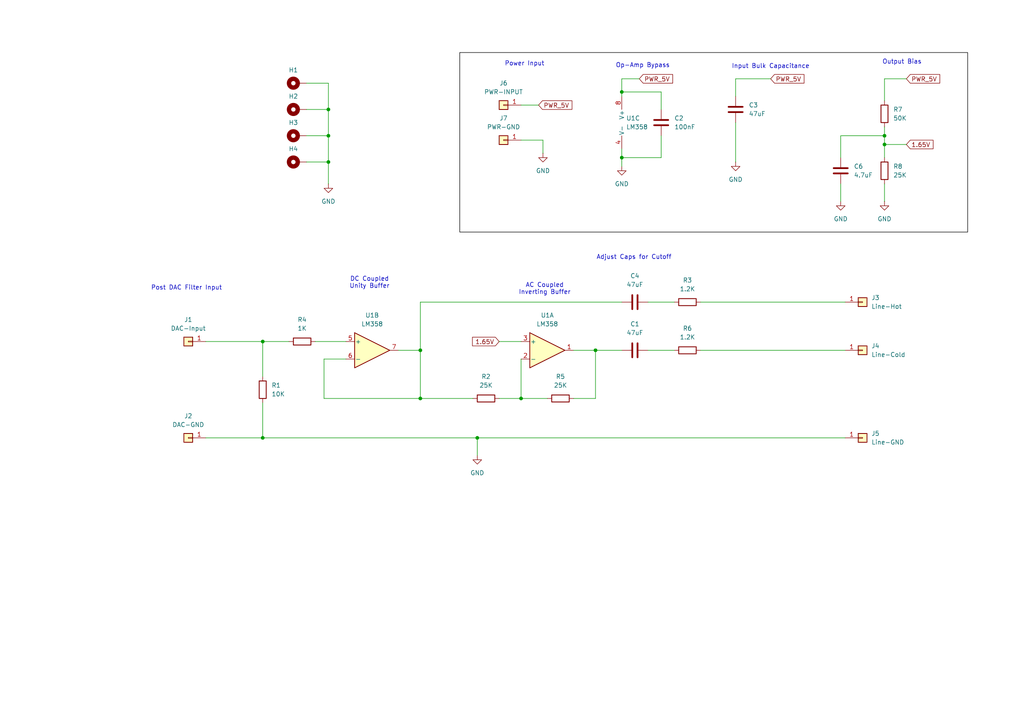
<source format=kicad_sch>
(kicad_sch
	(version 20231120)
	(generator "eeschema")
	(generator_version "8.0")
	(uuid "9bad8c6f-a01c-4daa-880b-ce90cbe4e7d5")
	(paper "A4")
	(lib_symbols
		(symbol "Amplifier_Operational:LM358"
			(pin_names
				(offset 0.127)
			)
			(exclude_from_sim no)
			(in_bom yes)
			(on_board yes)
			(property "Reference" "U"
				(at 0 5.08 0)
				(effects
					(font
						(size 1.27 1.27)
					)
					(justify left)
				)
			)
			(property "Value" "LM358"
				(at 0 -5.08 0)
				(effects
					(font
						(size 1.27 1.27)
					)
					(justify left)
				)
			)
			(property "Footprint" ""
				(at 0 0 0)
				(effects
					(font
						(size 1.27 1.27)
					)
					(hide yes)
				)
			)
			(property "Datasheet" "http://www.ti.com/lit/ds/symlink/lm2904-n.pdf"
				(at 0 0 0)
				(effects
					(font
						(size 1.27 1.27)
					)
					(hide yes)
				)
			)
			(property "Description" "Low-Power, Dual Operational Amplifiers, DIP-8/SOIC-8/TO-99-8"
				(at 0 0 0)
				(effects
					(font
						(size 1.27 1.27)
					)
					(hide yes)
				)
			)
			(property "ki_locked" ""
				(at 0 0 0)
				(effects
					(font
						(size 1.27 1.27)
					)
				)
			)
			(property "ki_keywords" "dual opamp"
				(at 0 0 0)
				(effects
					(font
						(size 1.27 1.27)
					)
					(hide yes)
				)
			)
			(property "ki_fp_filters" "SOIC*3.9x4.9mm*P1.27mm* DIP*W7.62mm* TO*99* OnSemi*Micro8* TSSOP*3x3mm*P0.65mm* TSSOP*4.4x3mm*P0.65mm* MSOP*3x3mm*P0.65mm* SSOP*3.9x4.9mm*P0.635mm* LFCSP*2x2mm*P0.5mm* *SIP* SOIC*5.3x6.2mm*P1.27mm*"
				(at 0 0 0)
				(effects
					(font
						(size 1.27 1.27)
					)
					(hide yes)
				)
			)
			(symbol "LM358_1_1"
				(polyline
					(pts
						(xy -5.08 5.08) (xy 5.08 0) (xy -5.08 -5.08) (xy -5.08 5.08)
					)
					(stroke
						(width 0.254)
						(type default)
					)
					(fill
						(type background)
					)
				)
				(pin output line
					(at 7.62 0 180)
					(length 2.54)
					(name "~"
						(effects
							(font
								(size 1.27 1.27)
							)
						)
					)
					(number "1"
						(effects
							(font
								(size 1.27 1.27)
							)
						)
					)
				)
				(pin input line
					(at -7.62 -2.54 0)
					(length 2.54)
					(name "-"
						(effects
							(font
								(size 1.27 1.27)
							)
						)
					)
					(number "2"
						(effects
							(font
								(size 1.27 1.27)
							)
						)
					)
				)
				(pin input line
					(at -7.62 2.54 0)
					(length 2.54)
					(name "+"
						(effects
							(font
								(size 1.27 1.27)
							)
						)
					)
					(number "3"
						(effects
							(font
								(size 1.27 1.27)
							)
						)
					)
				)
			)
			(symbol "LM358_2_1"
				(polyline
					(pts
						(xy -5.08 5.08) (xy 5.08 0) (xy -5.08 -5.08) (xy -5.08 5.08)
					)
					(stroke
						(width 0.254)
						(type default)
					)
					(fill
						(type background)
					)
				)
				(pin input line
					(at -7.62 2.54 0)
					(length 2.54)
					(name "+"
						(effects
							(font
								(size 1.27 1.27)
							)
						)
					)
					(number "5"
						(effects
							(font
								(size 1.27 1.27)
							)
						)
					)
				)
				(pin input line
					(at -7.62 -2.54 0)
					(length 2.54)
					(name "-"
						(effects
							(font
								(size 1.27 1.27)
							)
						)
					)
					(number "6"
						(effects
							(font
								(size 1.27 1.27)
							)
						)
					)
				)
				(pin output line
					(at 7.62 0 180)
					(length 2.54)
					(name "~"
						(effects
							(font
								(size 1.27 1.27)
							)
						)
					)
					(number "7"
						(effects
							(font
								(size 1.27 1.27)
							)
						)
					)
				)
			)
			(symbol "LM358_3_1"
				(pin power_in line
					(at -2.54 -7.62 90)
					(length 3.81)
					(name "V-"
						(effects
							(font
								(size 1.27 1.27)
							)
						)
					)
					(number "4"
						(effects
							(font
								(size 1.27 1.27)
							)
						)
					)
				)
				(pin power_in line
					(at -2.54 7.62 270)
					(length 3.81)
					(name "V+"
						(effects
							(font
								(size 1.27 1.27)
							)
						)
					)
					(number "8"
						(effects
							(font
								(size 1.27 1.27)
							)
						)
					)
				)
			)
		)
		(symbol "Connector_Generic:Conn_01x01"
			(pin_names
				(offset 1.016) hide)
			(exclude_from_sim no)
			(in_bom yes)
			(on_board yes)
			(property "Reference" "J"
				(at 0 2.54 0)
				(effects
					(font
						(size 1.27 1.27)
					)
				)
			)
			(property "Value" "Conn_01x01"
				(at 0 -2.54 0)
				(effects
					(font
						(size 1.27 1.27)
					)
				)
			)
			(property "Footprint" ""
				(at 0 0 0)
				(effects
					(font
						(size 1.27 1.27)
					)
					(hide yes)
				)
			)
			(property "Datasheet" "~"
				(at 0 0 0)
				(effects
					(font
						(size 1.27 1.27)
					)
					(hide yes)
				)
			)
			(property "Description" "Generic connector, single row, 01x01, script generated (kicad-library-utils/schlib/autogen/connector/)"
				(at 0 0 0)
				(effects
					(font
						(size 1.27 1.27)
					)
					(hide yes)
				)
			)
			(property "ki_keywords" "connector"
				(at 0 0 0)
				(effects
					(font
						(size 1.27 1.27)
					)
					(hide yes)
				)
			)
			(property "ki_fp_filters" "Connector*:*_1x??_*"
				(at 0 0 0)
				(effects
					(font
						(size 1.27 1.27)
					)
					(hide yes)
				)
			)
			(symbol "Conn_01x01_1_1"
				(rectangle
					(start -1.27 0.127)
					(end 0 -0.127)
					(stroke
						(width 0.1524)
						(type default)
					)
					(fill
						(type none)
					)
				)
				(rectangle
					(start -1.27 1.27)
					(end 1.27 -1.27)
					(stroke
						(width 0.254)
						(type default)
					)
					(fill
						(type background)
					)
				)
				(pin passive line
					(at -5.08 0 0)
					(length 3.81)
					(name "Pin_1"
						(effects
							(font
								(size 1.27 1.27)
							)
						)
					)
					(number "1"
						(effects
							(font
								(size 1.27 1.27)
							)
						)
					)
				)
			)
		)
		(symbol "Device:C"
			(pin_numbers hide)
			(pin_names
				(offset 0.254)
			)
			(exclude_from_sim no)
			(in_bom yes)
			(on_board yes)
			(property "Reference" "C"
				(at 0.635 2.54 0)
				(effects
					(font
						(size 1.27 1.27)
					)
					(justify left)
				)
			)
			(property "Value" "C"
				(at 0.635 -2.54 0)
				(effects
					(font
						(size 1.27 1.27)
					)
					(justify left)
				)
			)
			(property "Footprint" ""
				(at 0.9652 -3.81 0)
				(effects
					(font
						(size 1.27 1.27)
					)
					(hide yes)
				)
			)
			(property "Datasheet" "~"
				(at 0 0 0)
				(effects
					(font
						(size 1.27 1.27)
					)
					(hide yes)
				)
			)
			(property "Description" "Unpolarized capacitor"
				(at 0 0 0)
				(effects
					(font
						(size 1.27 1.27)
					)
					(hide yes)
				)
			)
			(property "ki_keywords" "cap capacitor"
				(at 0 0 0)
				(effects
					(font
						(size 1.27 1.27)
					)
					(hide yes)
				)
			)
			(property "ki_fp_filters" "C_*"
				(at 0 0 0)
				(effects
					(font
						(size 1.27 1.27)
					)
					(hide yes)
				)
			)
			(symbol "C_0_1"
				(polyline
					(pts
						(xy -2.032 -0.762) (xy 2.032 -0.762)
					)
					(stroke
						(width 0.508)
						(type default)
					)
					(fill
						(type none)
					)
				)
				(polyline
					(pts
						(xy -2.032 0.762) (xy 2.032 0.762)
					)
					(stroke
						(width 0.508)
						(type default)
					)
					(fill
						(type none)
					)
				)
			)
			(symbol "C_1_1"
				(pin passive line
					(at 0 3.81 270)
					(length 2.794)
					(name "~"
						(effects
							(font
								(size 1.27 1.27)
							)
						)
					)
					(number "1"
						(effects
							(font
								(size 1.27 1.27)
							)
						)
					)
				)
				(pin passive line
					(at 0 -3.81 90)
					(length 2.794)
					(name "~"
						(effects
							(font
								(size 1.27 1.27)
							)
						)
					)
					(number "2"
						(effects
							(font
								(size 1.27 1.27)
							)
						)
					)
				)
			)
		)
		(symbol "Device:R"
			(pin_numbers hide)
			(pin_names
				(offset 0)
			)
			(exclude_from_sim no)
			(in_bom yes)
			(on_board yes)
			(property "Reference" "R"
				(at 2.032 0 90)
				(effects
					(font
						(size 1.27 1.27)
					)
				)
			)
			(property "Value" "R"
				(at 0 0 90)
				(effects
					(font
						(size 1.27 1.27)
					)
				)
			)
			(property "Footprint" ""
				(at -1.778 0 90)
				(effects
					(font
						(size 1.27 1.27)
					)
					(hide yes)
				)
			)
			(property "Datasheet" "~"
				(at 0 0 0)
				(effects
					(font
						(size 1.27 1.27)
					)
					(hide yes)
				)
			)
			(property "Description" "Resistor"
				(at 0 0 0)
				(effects
					(font
						(size 1.27 1.27)
					)
					(hide yes)
				)
			)
			(property "ki_keywords" "R res resistor"
				(at 0 0 0)
				(effects
					(font
						(size 1.27 1.27)
					)
					(hide yes)
				)
			)
			(property "ki_fp_filters" "R_*"
				(at 0 0 0)
				(effects
					(font
						(size 1.27 1.27)
					)
					(hide yes)
				)
			)
			(symbol "R_0_1"
				(rectangle
					(start -1.016 -2.54)
					(end 1.016 2.54)
					(stroke
						(width 0.254)
						(type default)
					)
					(fill
						(type none)
					)
				)
			)
			(symbol "R_1_1"
				(pin passive line
					(at 0 3.81 270)
					(length 1.27)
					(name "~"
						(effects
							(font
								(size 1.27 1.27)
							)
						)
					)
					(number "1"
						(effects
							(font
								(size 1.27 1.27)
							)
						)
					)
				)
				(pin passive line
					(at 0 -3.81 90)
					(length 1.27)
					(name "~"
						(effects
							(font
								(size 1.27 1.27)
							)
						)
					)
					(number "2"
						(effects
							(font
								(size 1.27 1.27)
							)
						)
					)
				)
			)
		)
		(symbol "Mechanical:MountingHole_Pad"
			(pin_numbers hide)
			(pin_names
				(offset 1.016) hide)
			(exclude_from_sim yes)
			(in_bom no)
			(on_board yes)
			(property "Reference" "H"
				(at 0 6.35 0)
				(effects
					(font
						(size 1.27 1.27)
					)
				)
			)
			(property "Value" "MountingHole_Pad"
				(at 0 4.445 0)
				(effects
					(font
						(size 1.27 1.27)
					)
				)
			)
			(property "Footprint" ""
				(at 0 0 0)
				(effects
					(font
						(size 1.27 1.27)
					)
					(hide yes)
				)
			)
			(property "Datasheet" "~"
				(at 0 0 0)
				(effects
					(font
						(size 1.27 1.27)
					)
					(hide yes)
				)
			)
			(property "Description" "Mounting Hole with connection"
				(at 0 0 0)
				(effects
					(font
						(size 1.27 1.27)
					)
					(hide yes)
				)
			)
			(property "ki_keywords" "mounting hole"
				(at 0 0 0)
				(effects
					(font
						(size 1.27 1.27)
					)
					(hide yes)
				)
			)
			(property "ki_fp_filters" "MountingHole*Pad*"
				(at 0 0 0)
				(effects
					(font
						(size 1.27 1.27)
					)
					(hide yes)
				)
			)
			(symbol "MountingHole_Pad_0_1"
				(circle
					(center 0 1.27)
					(radius 1.27)
					(stroke
						(width 1.27)
						(type default)
					)
					(fill
						(type none)
					)
				)
			)
			(symbol "MountingHole_Pad_1_1"
				(pin input line
					(at 0 -2.54 90)
					(length 2.54)
					(name "1"
						(effects
							(font
								(size 1.27 1.27)
							)
						)
					)
					(number "1"
						(effects
							(font
								(size 1.27 1.27)
							)
						)
					)
				)
			)
		)
		(symbol "power:GND"
			(power)
			(pin_numbers hide)
			(pin_names
				(offset 0) hide)
			(exclude_from_sim no)
			(in_bom yes)
			(on_board yes)
			(property "Reference" "#PWR"
				(at 0 -6.35 0)
				(effects
					(font
						(size 1.27 1.27)
					)
					(hide yes)
				)
			)
			(property "Value" "GND"
				(at 0 -3.81 0)
				(effects
					(font
						(size 1.27 1.27)
					)
				)
			)
			(property "Footprint" ""
				(at 0 0 0)
				(effects
					(font
						(size 1.27 1.27)
					)
					(hide yes)
				)
			)
			(property "Datasheet" ""
				(at 0 0 0)
				(effects
					(font
						(size 1.27 1.27)
					)
					(hide yes)
				)
			)
			(property "Description" "Power symbol creates a global label with name \"GND\" , ground"
				(at 0 0 0)
				(effects
					(font
						(size 1.27 1.27)
					)
					(hide yes)
				)
			)
			(property "ki_keywords" "global power"
				(at 0 0 0)
				(effects
					(font
						(size 1.27 1.27)
					)
					(hide yes)
				)
			)
			(symbol "GND_0_1"
				(polyline
					(pts
						(xy 0 0) (xy 0 -1.27) (xy 1.27 -1.27) (xy 0 -2.54) (xy -1.27 -1.27) (xy 0 -1.27)
					)
					(stroke
						(width 0)
						(type default)
					)
					(fill
						(type none)
					)
				)
			)
			(symbol "GND_1_1"
				(pin power_in line
					(at 0 0 270)
					(length 0)
					(name "~"
						(effects
							(font
								(size 1.27 1.27)
							)
						)
					)
					(number "1"
						(effects
							(font
								(size 1.27 1.27)
							)
						)
					)
				)
			)
		)
	)
	(junction
		(at 172.72 101.6)
		(diameter 0)
		(color 0 0 0 0)
		(uuid "30d91b60-7f3f-401c-8435-a0386b781b15")
	)
	(junction
		(at 151.13 115.57)
		(diameter 0)
		(color 0 0 0 0)
		(uuid "44cc78a3-bc9e-4568-b0f9-1fb68488df1d")
	)
	(junction
		(at 121.92 101.6)
		(diameter 0)
		(color 0 0 0 0)
		(uuid "464a01a1-8e3c-40c1-a2a0-5c10e2e0702b")
	)
	(junction
		(at 180.34 45.72)
		(diameter 0)
		(color 0 0 0 0)
		(uuid "48d1b689-4d07-488e-a181-146a15f384e0")
	)
	(junction
		(at 95.25 39.37)
		(diameter 0)
		(color 0 0 0 0)
		(uuid "54da853f-e504-44e0-8b1c-d0663f32150b")
	)
	(junction
		(at 256.54 41.91)
		(diameter 0)
		(color 0 0 0 0)
		(uuid "5a59b42d-59ad-4142-9163-7612fce0629a")
	)
	(junction
		(at 180.34 26.67)
		(diameter 0)
		(color 0 0 0 0)
		(uuid "6263e964-72c3-4e4d-97f6-e0d55c751d02")
	)
	(junction
		(at 256.54 39.37)
		(diameter 0)
		(color 0 0 0 0)
		(uuid "8561737d-abe9-4041-a1d3-82f101fc2e28")
	)
	(junction
		(at 121.92 115.57)
		(diameter 0)
		(color 0 0 0 0)
		(uuid "9570c40d-0088-4d97-89c1-58416eccab33")
	)
	(junction
		(at 95.25 31.75)
		(diameter 0)
		(color 0 0 0 0)
		(uuid "b1ad6888-63cf-4b97-acac-f78225e73517")
	)
	(junction
		(at 76.2 99.06)
		(diameter 0)
		(color 0 0 0 0)
		(uuid "bb96c61b-c383-468a-9ab5-f205bcc4f873")
	)
	(junction
		(at 95.25 46.99)
		(diameter 0)
		(color 0 0 0 0)
		(uuid "d11e0b5c-f6d1-4011-9bae-ba500386a897")
	)
	(junction
		(at 76.2 127)
		(diameter 0)
		(color 0 0 0 0)
		(uuid "ec04f8ac-2e54-4aa2-845c-72f280a0e0e3")
	)
	(junction
		(at 138.43 127)
		(diameter 0)
		(color 0 0 0 0)
		(uuid "ef8e091d-1762-40d4-bd4a-c05fadee8e80")
	)
	(wire
		(pts
			(xy 262.89 22.86) (xy 256.54 22.86)
		)
		(stroke
			(width 0)
			(type default)
		)
		(uuid "00b12b09-12f6-412a-88af-7acfef8bcfcc")
	)
	(wire
		(pts
			(xy 191.77 45.72) (xy 180.34 45.72)
		)
		(stroke
			(width 0)
			(type default)
		)
		(uuid "02693e90-fec7-4e15-ab20-f8105768052d")
	)
	(wire
		(pts
			(xy 144.78 99.06) (xy 151.13 99.06)
		)
		(stroke
			(width 0)
			(type default)
		)
		(uuid "0480af9d-1c42-4791-994e-8f5e1f76536b")
	)
	(wire
		(pts
			(xy 151.13 40.64) (xy 157.48 40.64)
		)
		(stroke
			(width 0)
			(type default)
		)
		(uuid "14814650-306a-4241-be96-5468e0f8c795")
	)
	(wire
		(pts
			(xy 88.9 24.13) (xy 95.25 24.13)
		)
		(stroke
			(width 0)
			(type default)
		)
		(uuid "199482d7-8b54-40b5-a7fa-16883d44c3b3")
	)
	(wire
		(pts
			(xy 191.77 26.67) (xy 191.77 31.75)
		)
		(stroke
			(width 0)
			(type default)
		)
		(uuid "21dc46a1-081e-4903-9555-4734e8a29fb9")
	)
	(wire
		(pts
			(xy 256.54 41.91) (xy 262.89 41.91)
		)
		(stroke
			(width 0)
			(type default)
		)
		(uuid "32a4e110-08cb-44b4-a403-af476bb856a6")
	)
	(wire
		(pts
			(xy 151.13 30.48) (xy 156.21 30.48)
		)
		(stroke
			(width 0)
			(type default)
		)
		(uuid "37b2a611-c310-491c-ac03-2e9f1f273605")
	)
	(wire
		(pts
			(xy 243.84 53.34) (xy 243.84 58.42)
		)
		(stroke
			(width 0)
			(type default)
		)
		(uuid "3aef6f1b-10e1-400f-9281-4ef091a8cac9")
	)
	(wire
		(pts
			(xy 76.2 99.06) (xy 83.82 99.06)
		)
		(stroke
			(width 0)
			(type default)
		)
		(uuid "3cd46820-2082-446b-9a56-10c8a3fb8df0")
	)
	(wire
		(pts
			(xy 180.34 26.67) (xy 191.77 26.67)
		)
		(stroke
			(width 0)
			(type default)
		)
		(uuid "3f74b9e6-12be-4975-badb-55a399d6b4e8")
	)
	(wire
		(pts
			(xy 93.98 104.14) (xy 93.98 115.57)
		)
		(stroke
			(width 0)
			(type default)
		)
		(uuid "455abc54-a5e0-4543-b5ce-cea4702cb4b4")
	)
	(wire
		(pts
			(xy 95.25 39.37) (xy 95.25 46.99)
		)
		(stroke
			(width 0)
			(type default)
		)
		(uuid "46a7837f-8406-46bb-b107-1f2ee54e6740")
	)
	(wire
		(pts
			(xy 213.36 35.56) (xy 213.36 46.99)
		)
		(stroke
			(width 0)
			(type default)
		)
		(uuid "49d05436-3227-4069-bc3e-7c5d98cdb476")
	)
	(wire
		(pts
			(xy 172.72 101.6) (xy 172.72 115.57)
		)
		(stroke
			(width 0)
			(type default)
		)
		(uuid "4a76f729-8daa-4f54-bf32-e2a82bc6ca6e")
	)
	(wire
		(pts
			(xy 93.98 115.57) (xy 121.92 115.57)
		)
		(stroke
			(width 0)
			(type default)
		)
		(uuid "4c5d4108-ec8b-483a-9c71-ece8212d06b7")
	)
	(wire
		(pts
			(xy 243.84 39.37) (xy 256.54 39.37)
		)
		(stroke
			(width 0)
			(type default)
		)
		(uuid "539f0c0b-8bff-48cc-b8cb-eb571615618c")
	)
	(wire
		(pts
			(xy 88.9 31.75) (xy 95.25 31.75)
		)
		(stroke
			(width 0)
			(type default)
		)
		(uuid "56fd9d3b-4353-46a8-9057-8e71484a21b0")
	)
	(wire
		(pts
			(xy 76.2 99.06) (xy 76.2 109.22)
		)
		(stroke
			(width 0)
			(type default)
		)
		(uuid "59988102-1e89-4702-8e68-04ac924f862b")
	)
	(wire
		(pts
			(xy 91.44 99.06) (xy 100.33 99.06)
		)
		(stroke
			(width 0)
			(type default)
		)
		(uuid "65495e8b-8b8f-4e73-8ce4-ebd8f5fbda02")
	)
	(wire
		(pts
			(xy 243.84 45.72) (xy 243.84 39.37)
		)
		(stroke
			(width 0)
			(type default)
		)
		(uuid "66c2edbf-6639-42cd-bdd4-4ba0f28eda22")
	)
	(wire
		(pts
			(xy 138.43 127) (xy 138.43 132.08)
		)
		(stroke
			(width 0)
			(type default)
		)
		(uuid "67041626-bd93-48d1-bad1-6fc8e577bf04")
	)
	(wire
		(pts
			(xy 256.54 41.91) (xy 256.54 45.72)
		)
		(stroke
			(width 0)
			(type default)
		)
		(uuid "676aaf61-a587-49a4-9cbe-7416e5d16da9")
	)
	(wire
		(pts
			(xy 172.72 115.57) (xy 166.37 115.57)
		)
		(stroke
			(width 0)
			(type default)
		)
		(uuid "68a77239-122e-4083-9a53-26e573e3c0f0")
	)
	(wire
		(pts
			(xy 213.36 22.86) (xy 213.36 27.94)
		)
		(stroke
			(width 0)
			(type default)
		)
		(uuid "6bbea2fc-42d1-439c-bff0-fcac69faf20b")
	)
	(wire
		(pts
			(xy 185.42 22.86) (xy 180.34 22.86)
		)
		(stroke
			(width 0)
			(type default)
		)
		(uuid "6df8d5d7-3ce6-4602-afff-ac7874f00894")
	)
	(wire
		(pts
			(xy 172.72 101.6) (xy 180.34 101.6)
		)
		(stroke
			(width 0)
			(type default)
		)
		(uuid "6fdbae77-79af-4b8e-b4cd-849f86595e0f")
	)
	(wire
		(pts
			(xy 203.2 101.6) (xy 245.11 101.6)
		)
		(stroke
			(width 0)
			(type default)
		)
		(uuid "700c65a7-0c8e-45d9-92ce-a28d54b723c1")
	)
	(wire
		(pts
			(xy 121.92 87.63) (xy 180.34 87.63)
		)
		(stroke
			(width 0)
			(type default)
		)
		(uuid "72c9d5ae-d182-460b-a207-5696b4e8070c")
	)
	(wire
		(pts
			(xy 88.9 39.37) (xy 95.25 39.37)
		)
		(stroke
			(width 0)
			(type default)
		)
		(uuid "731eaf13-7607-405e-a2f2-b6b35ab524d6")
	)
	(wire
		(pts
			(xy 151.13 104.14) (xy 151.13 115.57)
		)
		(stroke
			(width 0)
			(type default)
		)
		(uuid "7324491e-fb90-4efb-b423-8afb04d7965b")
	)
	(wire
		(pts
			(xy 157.48 40.64) (xy 157.48 44.45)
		)
		(stroke
			(width 0)
			(type default)
		)
		(uuid "754fd89a-9d97-4bc9-a92d-d210fb3ca98b")
	)
	(wire
		(pts
			(xy 121.92 101.6) (xy 115.57 101.6)
		)
		(stroke
			(width 0)
			(type default)
		)
		(uuid "8d9e7db7-e9eb-4b08-bda0-046b4301fb59")
	)
	(wire
		(pts
			(xy 191.77 39.37) (xy 191.77 45.72)
		)
		(stroke
			(width 0)
			(type default)
		)
		(uuid "9364be79-7998-49a1-a4e1-276dc0429d70")
	)
	(wire
		(pts
			(xy 95.25 24.13) (xy 95.25 31.75)
		)
		(stroke
			(width 0)
			(type default)
		)
		(uuid "95c780ca-308c-47ba-8103-81401195e873")
	)
	(wire
		(pts
			(xy 180.34 45.72) (xy 180.34 48.26)
		)
		(stroke
			(width 0)
			(type default)
		)
		(uuid "a06a6cd8-b3e3-45c7-9767-3abeb5619404")
	)
	(wire
		(pts
			(xy 76.2 127) (xy 76.2 116.84)
		)
		(stroke
			(width 0)
			(type default)
		)
		(uuid "a1303934-9d61-4065-81eb-21e8c2350c4f")
	)
	(wire
		(pts
			(xy 59.69 127) (xy 76.2 127)
		)
		(stroke
			(width 0)
			(type default)
		)
		(uuid "a535f797-c142-4331-ba6f-76551ab80f7b")
	)
	(wire
		(pts
			(xy 166.37 101.6) (xy 172.72 101.6)
		)
		(stroke
			(width 0)
			(type default)
		)
		(uuid "a5b4ee47-1637-4929-accf-7e38161c5acc")
	)
	(wire
		(pts
			(xy 138.43 127) (xy 245.11 127)
		)
		(stroke
			(width 0)
			(type default)
		)
		(uuid "ab65d2dd-89c4-4156-bdad-c33c9f7b2daf")
	)
	(wire
		(pts
			(xy 180.34 22.86) (xy 180.34 26.67)
		)
		(stroke
			(width 0)
			(type default)
		)
		(uuid "ac4f80ca-4dd1-4f61-a190-b0948d6a4a2a")
	)
	(wire
		(pts
			(xy 180.34 27.94) (xy 180.34 26.67)
		)
		(stroke
			(width 0)
			(type default)
		)
		(uuid "ad51223f-cdbd-4c5d-b8ef-65a05abc45b5")
	)
	(wire
		(pts
			(xy 121.92 115.57) (xy 137.16 115.57)
		)
		(stroke
			(width 0)
			(type default)
		)
		(uuid "b0196d87-5465-4ac2-8ea8-1f4b13012b7c")
	)
	(wire
		(pts
			(xy 256.54 36.83) (xy 256.54 39.37)
		)
		(stroke
			(width 0)
			(type default)
		)
		(uuid "b4441a3f-f722-4466-8fb1-a87ac58c9b65")
	)
	(wire
		(pts
			(xy 187.96 87.63) (xy 195.58 87.63)
		)
		(stroke
			(width 0)
			(type default)
		)
		(uuid "b7bcae46-a6f2-40ad-8319-9648be1bdba0")
	)
	(wire
		(pts
			(xy 187.96 101.6) (xy 195.58 101.6)
		)
		(stroke
			(width 0)
			(type default)
		)
		(uuid "bbcc09c8-e2b3-4b3a-8aec-25cf544f876d")
	)
	(wire
		(pts
			(xy 100.33 104.14) (xy 93.98 104.14)
		)
		(stroke
			(width 0)
			(type default)
		)
		(uuid "bbff141a-2bb4-47f0-83e8-6c25b7e91467")
	)
	(wire
		(pts
			(xy 180.34 43.18) (xy 180.34 45.72)
		)
		(stroke
			(width 0)
			(type default)
		)
		(uuid "bf434c0f-dd16-446c-9f59-3444dfe34462")
	)
	(wire
		(pts
			(xy 59.69 99.06) (xy 76.2 99.06)
		)
		(stroke
			(width 0)
			(type default)
		)
		(uuid "c19c4d5d-c280-4cb2-8709-d54971cdd796")
	)
	(wire
		(pts
			(xy 256.54 53.34) (xy 256.54 58.42)
		)
		(stroke
			(width 0)
			(type default)
		)
		(uuid "c74754c0-e7e3-4a90-83fc-d9d0be5cec38")
	)
	(wire
		(pts
			(xy 76.2 127) (xy 138.43 127)
		)
		(stroke
			(width 0)
			(type default)
		)
		(uuid "da50a8f6-e230-40fb-b875-9149bdd42f54")
	)
	(wire
		(pts
			(xy 256.54 39.37) (xy 256.54 41.91)
		)
		(stroke
			(width 0)
			(type default)
		)
		(uuid "da551236-e44f-458e-9af1-fa042a58b814")
	)
	(wire
		(pts
			(xy 256.54 22.86) (xy 256.54 29.21)
		)
		(stroke
			(width 0)
			(type default)
		)
		(uuid "db0f349a-936a-47f3-92c2-540538ec93b0")
	)
	(wire
		(pts
			(xy 95.25 46.99) (xy 95.25 53.34)
		)
		(stroke
			(width 0)
			(type default)
		)
		(uuid "dc7e82a3-99cc-4c8a-ba04-357295f97e00")
	)
	(wire
		(pts
			(xy 95.25 46.99) (xy 88.9 46.99)
		)
		(stroke
			(width 0)
			(type default)
		)
		(uuid "e5bebc12-2061-4e6c-a70b-6164c136822f")
	)
	(wire
		(pts
			(xy 95.25 31.75) (xy 95.25 39.37)
		)
		(stroke
			(width 0)
			(type default)
		)
		(uuid "ea3d21a2-086f-49bd-917b-8170e2cbbb3b")
	)
	(wire
		(pts
			(xy 213.36 22.86) (xy 223.52 22.86)
		)
		(stroke
			(width 0)
			(type default)
		)
		(uuid "eca546f6-4a5e-4e10-92d8-2c1bf6ddbee7")
	)
	(wire
		(pts
			(xy 121.92 115.57) (xy 121.92 101.6)
		)
		(stroke
			(width 0)
			(type default)
		)
		(uuid "ef351941-15c2-4e4d-b292-1a53639354df")
	)
	(wire
		(pts
			(xy 151.13 115.57) (xy 158.75 115.57)
		)
		(stroke
			(width 0)
			(type default)
		)
		(uuid "f610e18c-eaeb-4620-b7d7-b8c8ceffac21")
	)
	(wire
		(pts
			(xy 121.92 87.63) (xy 121.92 101.6)
		)
		(stroke
			(width 0)
			(type default)
		)
		(uuid "f78215fe-492c-41c7-86cd-ad73b93508cc")
	)
	(wire
		(pts
			(xy 203.2 87.63) (xy 245.11 87.63)
		)
		(stroke
			(width 0)
			(type default)
		)
		(uuid "f7fb4925-1fcd-4992-bd0b-e803b29de490")
	)
	(wire
		(pts
			(xy 151.13 115.57) (xy 144.78 115.57)
		)
		(stroke
			(width 0)
			(type default)
		)
		(uuid "fb81d4e6-ff92-4d85-b881-a563ec01e0cf")
	)
	(rectangle
		(start 133.35 15.24)
		(end 280.67 67.31)
		(stroke
			(width 0)
			(type default)
			(color 0 0 0 1)
		)
		(fill
			(type none)
		)
		(uuid 023931c5-6e56-41aa-9e3f-f4caee5960ce)
	)
	(text "Input Bulk Capacitance\n"
		(exclude_from_sim no)
		(at 223.52 19.304 0)
		(effects
			(font
				(size 1.27 1.27)
			)
		)
		(uuid "010e7c9f-0a0d-4f1a-a139-204f32a85ece")
	)
	(text "Post DAC Filter Input"
		(exclude_from_sim no)
		(at 54.102 83.566 0)
		(effects
			(font
				(size 1.27 1.27)
			)
		)
		(uuid "2df28772-6008-4b04-af12-bab6150db845")
	)
	(text "Adjust Caps for Cutoff"
		(exclude_from_sim no)
		(at 183.896 74.676 0)
		(effects
			(font
				(size 1.27 1.27)
			)
		)
		(uuid "2fadf681-74bb-4224-bcb1-a8a9526c1e72")
	)
	(text "DC Coupled\nUnity Buffer"
		(exclude_from_sim no)
		(at 107.188 82.042 0)
		(effects
			(font
				(size 1.27 1.27)
			)
		)
		(uuid "37356089-a873-4779-9872-7d423b7f1153")
	)
	(text "Power Input"
		(exclude_from_sim no)
		(at 152.146 18.542 0)
		(effects
			(font
				(size 1.27 1.27)
			)
		)
		(uuid "63ffdbb5-bf53-4296-90fa-a4fd19a9fbb6")
	)
	(text "Op-Amp Bypass"
		(exclude_from_sim no)
		(at 186.436 19.05 0)
		(effects
			(font
				(size 1.27 1.27)
			)
		)
		(uuid "6880ea97-2c24-4aef-b558-820c3f1df75a")
	)
	(text "Output Bias\n"
		(exclude_from_sim no)
		(at 261.62 18.034 0)
		(effects
			(font
				(size 1.27 1.27)
			)
		)
		(uuid "ba8d132e-8fb6-497f-996b-6b8392035c8c")
	)
	(text "AC Coupled\nInverting Buffer\n"
		(exclude_from_sim no)
		(at 157.988 83.82 0)
		(effects
			(font
				(size 1.27 1.27)
			)
		)
		(uuid "eda96707-344a-4e41-a08e-efe9f87be35b")
	)
	(global_label "PWR_5V"
		(shape input)
		(at 262.89 22.86 0)
		(fields_autoplaced yes)
		(effects
			(font
				(size 1.27 1.27)
			)
			(justify left)
		)
		(uuid "0148c703-5a03-40a9-8358-7b25e032407f")
		(property "Intersheetrefs" "${INTERSHEET_REFS}"
			(at 273.1323 22.86 0)
			(effects
				(font
					(size 1.27 1.27)
				)
				(justify left)
				(hide yes)
			)
		)
	)
	(global_label "PWR_5V"
		(shape input)
		(at 185.42 22.86 0)
		(fields_autoplaced yes)
		(effects
			(font
				(size 1.27 1.27)
			)
			(justify left)
		)
		(uuid "17a9a829-4e19-4e2c-88a2-993a5c30d67c")
		(property "Intersheetrefs" "${INTERSHEET_REFS}"
			(at 195.6623 22.86 0)
			(effects
				(font
					(size 1.27 1.27)
				)
				(justify left)
				(hide yes)
			)
		)
	)
	(global_label "PWR_5V"
		(shape input)
		(at 156.21 30.48 0)
		(fields_autoplaced yes)
		(effects
			(font
				(size 1.27 1.27)
			)
			(justify left)
		)
		(uuid "1f4501e6-24ac-4008-b078-901a570ef206")
		(property "Intersheetrefs" "${INTERSHEET_REFS}"
			(at 166.4523 30.48 0)
			(effects
				(font
					(size 1.27 1.27)
				)
				(justify left)
				(hide yes)
			)
		)
	)
	(global_label "PWR_5V"
		(shape input)
		(at 223.52 22.86 0)
		(fields_autoplaced yes)
		(effects
			(font
				(size 1.27 1.27)
			)
			(justify left)
		)
		(uuid "86905a2c-9a50-49bb-bcd5-f2c743b1c74e")
		(property "Intersheetrefs" "${INTERSHEET_REFS}"
			(at 233.7623 22.86 0)
			(effects
				(font
					(size 1.27 1.27)
				)
				(justify left)
				(hide yes)
			)
		)
	)
	(global_label "1.65V"
		(shape input)
		(at 144.78 99.06 180)
		(fields_autoplaced yes)
		(effects
			(font
				(size 1.27 1.27)
			)
			(justify right)
		)
		(uuid "de37e14f-8355-46c3-ae3c-cdc61a4149cd")
		(property "Intersheetrefs" "${INTERSHEET_REFS}"
			(at 136.4729 99.06 0)
			(effects
				(font
					(size 1.27 1.27)
				)
				(justify right)
				(hide yes)
			)
		)
	)
	(global_label "1.65V"
		(shape input)
		(at 262.89 41.91 0)
		(fields_autoplaced yes)
		(effects
			(font
				(size 1.27 1.27)
			)
			(justify left)
		)
		(uuid "e88b37cc-95d5-413f-8a05-e7c0be96e327")
		(property "Intersheetrefs" "${INTERSHEET_REFS}"
			(at 271.1971 41.91 0)
			(effects
				(font
					(size 1.27 1.27)
				)
				(justify left)
				(hide yes)
			)
		)
	)
	(symbol
		(lib_id "power:GND")
		(at 243.84 58.42 0)
		(unit 1)
		(exclude_from_sim no)
		(in_bom yes)
		(on_board yes)
		(dnp no)
		(fields_autoplaced yes)
		(uuid "00c72e42-eb47-4738-bf9d-24f2da4b9543")
		(property "Reference" "#PWR04"
			(at 243.84 64.77 0)
			(effects
				(font
					(size 1.27 1.27)
				)
				(hide yes)
			)
		)
		(property "Value" "GND"
			(at 243.84 63.5 0)
			(effects
				(font
					(size 1.27 1.27)
				)
			)
		)
		(property "Footprint" ""
			(at 243.84 58.42 0)
			(effects
				(font
					(size 1.27 1.27)
				)
				(hide yes)
			)
		)
		(property "Datasheet" ""
			(at 243.84 58.42 0)
			(effects
				(font
					(size 1.27 1.27)
				)
				(hide yes)
			)
		)
		(property "Description" "Power symbol creates a global label with name \"GND\" , ground"
			(at 243.84 58.42 0)
			(effects
				(font
					(size 1.27 1.27)
				)
				(hide yes)
			)
		)
		(pin "1"
			(uuid "f4984052-b210-4446-822f-308967fec29a")
		)
		(instances
			(project "Audio-Line Driver"
				(path "/9bad8c6f-a01c-4daa-880b-ce90cbe4e7d5"
					(reference "#PWR04")
					(unit 1)
				)
			)
		)
	)
	(symbol
		(lib_id "Connector_Generic:Conn_01x01")
		(at 146.05 40.64 180)
		(unit 1)
		(exclude_from_sim no)
		(in_bom yes)
		(on_board yes)
		(dnp no)
		(fields_autoplaced yes)
		(uuid "0bcbb509-a348-4920-ae52-17629bec5f34")
		(property "Reference" "J7"
			(at 146.05 34.29 0)
			(effects
				(font
					(size 1.27 1.27)
				)
			)
		)
		(property "Value" "PWR-GND"
			(at 146.05 36.83 0)
			(effects
				(font
					(size 1.27 1.27)
				)
			)
		)
		(property "Footprint" "Connector_Wire:SolderWire-2sqmm_1x01_D2mm_OD3.9mm"
			(at 146.05 40.64 0)
			(effects
				(font
					(size 1.27 1.27)
				)
				(hide yes)
			)
		)
		(property "Datasheet" "~"
			(at 146.05 40.64 0)
			(effects
				(font
					(size 1.27 1.27)
				)
				(hide yes)
			)
		)
		(property "Description" "Generic connector, single row, 01x01, script generated (kicad-library-utils/schlib/autogen/connector/)"
			(at 146.05 40.64 0)
			(effects
				(font
					(size 1.27 1.27)
				)
				(hide yes)
			)
		)
		(pin "1"
			(uuid "9fc6c767-edb9-4038-bfe4-bdb0aa7da0e8")
		)
		(instances
			(project "Audio-Line Driver"
				(path "/9bad8c6f-a01c-4daa-880b-ce90cbe4e7d5"
					(reference "J7")
					(unit 1)
				)
			)
		)
	)
	(symbol
		(lib_id "Connector_Generic:Conn_01x01")
		(at 54.61 99.06 180)
		(unit 1)
		(exclude_from_sim no)
		(in_bom yes)
		(on_board yes)
		(dnp no)
		(fields_autoplaced yes)
		(uuid "19a0844e-a663-4881-9091-2d4842e0744b")
		(property "Reference" "J1"
			(at 54.61 92.71 0)
			(effects
				(font
					(size 1.27 1.27)
				)
			)
		)
		(property "Value" "DAC-Input"
			(at 54.61 95.25 0)
			(effects
				(font
					(size 1.27 1.27)
				)
			)
		)
		(property "Footprint" "Connector_Wire:SolderWire-2sqmm_1x01_D2mm_OD3.9mm"
			(at 54.61 99.06 0)
			(effects
				(font
					(size 1.27 1.27)
				)
				(hide yes)
			)
		)
		(property "Datasheet" "~"
			(at 54.61 99.06 0)
			(effects
				(font
					(size 1.27 1.27)
				)
				(hide yes)
			)
		)
		(property "Description" "Generic connector, single row, 01x01, script generated (kicad-library-utils/schlib/autogen/connector/)"
			(at 54.61 99.06 0)
			(effects
				(font
					(size 1.27 1.27)
				)
				(hide yes)
			)
		)
		(pin "1"
			(uuid "61260c68-9b02-495a-abb5-77b6d19a7104")
		)
		(instances
			(project "Audio-Line Driver"
				(path "/9bad8c6f-a01c-4daa-880b-ce90cbe4e7d5"
					(reference "J1")
					(unit 1)
				)
			)
		)
	)
	(symbol
		(lib_id "Amplifier_Operational:LM358")
		(at 182.88 35.56 0)
		(unit 3)
		(exclude_from_sim no)
		(in_bom yes)
		(on_board yes)
		(dnp no)
		(fields_autoplaced yes)
		(uuid "1bbcd2d7-6747-4ed4-a073-e61efe6e119f")
		(property "Reference" "U1"
			(at 181.61 34.2899 0)
			(effects
				(font
					(size 1.27 1.27)
				)
				(justify left)
			)
		)
		(property "Value" "LM358"
			(at 181.61 36.8299 0)
			(effects
				(font
					(size 1.27 1.27)
				)
				(justify left)
			)
		)
		(property "Footprint" "Package_DIP:DIP-8_W7.62mm"
			(at 182.88 35.56 0)
			(effects
				(font
					(size 1.27 1.27)
				)
				(hide yes)
			)
		)
		(property "Datasheet" "http://www.ti.com/lit/ds/symlink/lm2904-n.pdf"
			(at 182.88 35.56 0)
			(effects
				(font
					(size 1.27 1.27)
				)
				(hide yes)
			)
		)
		(property "Description" "Low-Power, Dual Operational Amplifiers, DIP-8/SOIC-8/TO-99-8"
			(at 182.88 35.56 0)
			(effects
				(font
					(size 1.27 1.27)
				)
				(hide yes)
			)
		)
		(pin "8"
			(uuid "68550fd3-ae87-4e52-bb90-fb993b2afc13")
		)
		(pin "2"
			(uuid "95f43bed-18fa-4af5-b0e2-06e503c20976")
		)
		(pin "3"
			(uuid "0a67c149-432c-443a-b10c-342dada17382")
		)
		(pin "6"
			(uuid "6b17d823-9e02-4fb9-9fe2-cde59ff53da1")
		)
		(pin "5"
			(uuid "aa2e2e4e-2930-4416-add0-caf7904c952a")
		)
		(pin "1"
			(uuid "23338fa6-969c-4dd3-a3b6-1c4592dac56a")
		)
		(pin "4"
			(uuid "0015887a-edf2-40ef-935f-bdb8f73f4063")
		)
		(pin "7"
			(uuid "45832a63-8391-4a3f-810b-d13a5dc39f3a")
		)
		(instances
			(project ""
				(path "/9bad8c6f-a01c-4daa-880b-ce90cbe4e7d5"
					(reference "U1")
					(unit 3)
				)
			)
		)
	)
	(symbol
		(lib_id "Connector_Generic:Conn_01x01")
		(at 146.05 30.48 180)
		(unit 1)
		(exclude_from_sim no)
		(in_bom yes)
		(on_board yes)
		(dnp no)
		(fields_autoplaced yes)
		(uuid "1dc754f2-beb3-4745-b7cc-9fac9d8bca04")
		(property "Reference" "J6"
			(at 146.05 24.13 0)
			(effects
				(font
					(size 1.27 1.27)
				)
			)
		)
		(property "Value" "PWR-INPUT"
			(at 146.05 26.67 0)
			(effects
				(font
					(size 1.27 1.27)
				)
			)
		)
		(property "Footprint" "Connector_Wire:SolderWire-2sqmm_1x01_D2mm_OD3.9mm"
			(at 146.05 30.48 0)
			(effects
				(font
					(size 1.27 1.27)
				)
				(hide yes)
			)
		)
		(property "Datasheet" "~"
			(at 146.05 30.48 0)
			(effects
				(font
					(size 1.27 1.27)
				)
				(hide yes)
			)
		)
		(property "Description" "Generic connector, single row, 01x01, script generated (kicad-library-utils/schlib/autogen/connector/)"
			(at 146.05 30.48 0)
			(effects
				(font
					(size 1.27 1.27)
				)
				(hide yes)
			)
		)
		(pin "1"
			(uuid "3d53d6f8-c495-44be-b5cb-e1dd586ffd6e")
		)
		(instances
			(project "Audio-Line Driver"
				(path "/9bad8c6f-a01c-4daa-880b-ce90cbe4e7d5"
					(reference "J6")
					(unit 1)
				)
			)
		)
	)
	(symbol
		(lib_id "Device:R")
		(at 140.97 115.57 90)
		(unit 1)
		(exclude_from_sim no)
		(in_bom yes)
		(on_board yes)
		(dnp no)
		(fields_autoplaced yes)
		(uuid "367c9026-9003-40b0-925f-ea63366bee65")
		(property "Reference" "R2"
			(at 140.97 109.22 90)
			(effects
				(font
					(size 1.27 1.27)
				)
			)
		)
		(property "Value" "25K"
			(at 140.97 111.76 90)
			(effects
				(font
					(size 1.27 1.27)
				)
			)
		)
		(property "Footprint" "Resistor_THT:R_Axial_DIN0207_L6.3mm_D2.5mm_P10.16mm_Horizontal"
			(at 140.97 117.348 90)
			(effects
				(font
					(size 1.27 1.27)
				)
				(hide yes)
			)
		)
		(property "Datasheet" "~"
			(at 140.97 115.57 0)
			(effects
				(font
					(size 1.27 1.27)
				)
				(hide yes)
			)
		)
		(property "Description" "Resistor"
			(at 140.97 115.57 0)
			(effects
				(font
					(size 1.27 1.27)
				)
				(hide yes)
			)
		)
		(pin "2"
			(uuid "a92e300d-5707-4fc4-83e6-218bb1f86cba")
		)
		(pin "1"
			(uuid "5dd72a0a-1718-496a-b597-435dc754f67d")
		)
		(instances
			(project "Audio-Line Driver"
				(path "/9bad8c6f-a01c-4daa-880b-ce90cbe4e7d5"
					(reference "R2")
					(unit 1)
				)
			)
		)
	)
	(symbol
		(lib_id "Device:R")
		(at 256.54 33.02 180)
		(unit 1)
		(exclude_from_sim no)
		(in_bom yes)
		(on_board yes)
		(dnp no)
		(fields_autoplaced yes)
		(uuid "41b36b0c-7aad-42d8-8f43-95e7d56d0af5")
		(property "Reference" "R7"
			(at 259.08 31.7499 0)
			(effects
				(font
					(size 1.27 1.27)
				)
				(justify right)
			)
		)
		(property "Value" "50K"
			(at 259.08 34.2899 0)
			(effects
				(font
					(size 1.27 1.27)
				)
				(justify right)
			)
		)
		(property "Footprint" "Resistor_THT:R_Axial_DIN0207_L6.3mm_D2.5mm_P10.16mm_Horizontal"
			(at 258.318 33.02 90)
			(effects
				(font
					(size 1.27 1.27)
				)
				(hide yes)
			)
		)
		(property "Datasheet" "~"
			(at 256.54 33.02 0)
			(effects
				(font
					(size 1.27 1.27)
				)
				(hide yes)
			)
		)
		(property "Description" "Resistor"
			(at 256.54 33.02 0)
			(effects
				(font
					(size 1.27 1.27)
				)
				(hide yes)
			)
		)
		(pin "2"
			(uuid "4c67d2b9-3173-4b73-a8db-2d7bfeee5e45")
		)
		(pin "1"
			(uuid "eeac28c2-8e56-4af2-8d86-ee380c23e49b")
		)
		(instances
			(project "Audio-Line Driver"
				(path "/9bad8c6f-a01c-4daa-880b-ce90cbe4e7d5"
					(reference "R7")
					(unit 1)
				)
			)
		)
	)
	(symbol
		(lib_id "Device:R")
		(at 199.39 87.63 90)
		(unit 1)
		(exclude_from_sim no)
		(in_bom yes)
		(on_board yes)
		(dnp no)
		(fields_autoplaced yes)
		(uuid "508dd68c-de77-494e-b0aa-ea89a71f2972")
		(property "Reference" "R3"
			(at 199.39 81.28 90)
			(effects
				(font
					(size 1.27 1.27)
				)
			)
		)
		(property "Value" "1.2K"
			(at 199.39 83.82 90)
			(effects
				(font
					(size 1.27 1.27)
				)
			)
		)
		(property "Footprint" "Resistor_THT:R_Axial_DIN0207_L6.3mm_D2.5mm_P10.16mm_Horizontal"
			(at 199.39 89.408 90)
			(effects
				(font
					(size 1.27 1.27)
				)
				(hide yes)
			)
		)
		(property "Datasheet" "~"
			(at 199.39 87.63 0)
			(effects
				(font
					(size 1.27 1.27)
				)
				(hide yes)
			)
		)
		(property "Description" "Resistor"
			(at 199.39 87.63 0)
			(effects
				(font
					(size 1.27 1.27)
				)
				(hide yes)
			)
		)
		(pin "2"
			(uuid "a5d300b6-c094-4746-86a6-542b36948ff2")
		)
		(pin "1"
			(uuid "1c804115-009b-4d8b-a015-eae6d7d6cfde")
		)
		(instances
			(project "Audio-Line Driver"
				(path "/9bad8c6f-a01c-4daa-880b-ce90cbe4e7d5"
					(reference "R3")
					(unit 1)
				)
			)
		)
	)
	(symbol
		(lib_id "Device:C")
		(at 184.15 87.63 90)
		(unit 1)
		(exclude_from_sim no)
		(in_bom yes)
		(on_board yes)
		(dnp no)
		(fields_autoplaced yes)
		(uuid "548f0028-d74f-47a5-a748-6725074c951b")
		(property "Reference" "C4"
			(at 184.15 80.01 90)
			(effects
				(font
					(size 1.27 1.27)
				)
			)
		)
		(property "Value" "47uF"
			(at 184.15 82.55 90)
			(effects
				(font
					(size 1.27 1.27)
				)
			)
		)
		(property "Footprint" "Capacitor_THT:C_Disc_D4.7mm_W2.5mm_P5.00mm"
			(at 187.96 86.6648 0)
			(effects
				(font
					(size 1.27 1.27)
				)
				(hide yes)
			)
		)
		(property "Datasheet" "~"
			(at 184.15 87.63 0)
			(effects
				(font
					(size 1.27 1.27)
				)
				(hide yes)
			)
		)
		(property "Description" "Unpolarized capacitor"
			(at 184.15 87.63 0)
			(effects
				(font
					(size 1.27 1.27)
				)
				(hide yes)
			)
		)
		(pin "2"
			(uuid "af3b9d59-6396-4720-8323-4db5e019eab0")
		)
		(pin "1"
			(uuid "cc74395d-8b30-4f64-a157-df2ae6edc782")
		)
		(instances
			(project "Audio-Line Driver"
				(path "/9bad8c6f-a01c-4daa-880b-ce90cbe4e7d5"
					(reference "C4")
					(unit 1)
				)
			)
		)
	)
	(symbol
		(lib_id "power:GND")
		(at 180.34 48.26 0)
		(unit 1)
		(exclude_from_sim no)
		(in_bom yes)
		(on_board yes)
		(dnp no)
		(fields_autoplaced yes)
		(uuid "55f43001-6995-4d1f-8cbe-eb841a302812")
		(property "Reference" "#PWR02"
			(at 180.34 54.61 0)
			(effects
				(font
					(size 1.27 1.27)
				)
				(hide yes)
			)
		)
		(property "Value" "GND"
			(at 180.34 53.34 0)
			(effects
				(font
					(size 1.27 1.27)
				)
			)
		)
		(property "Footprint" ""
			(at 180.34 48.26 0)
			(effects
				(font
					(size 1.27 1.27)
				)
				(hide yes)
			)
		)
		(property "Datasheet" ""
			(at 180.34 48.26 0)
			(effects
				(font
					(size 1.27 1.27)
				)
				(hide yes)
			)
		)
		(property "Description" "Power symbol creates a global label with name \"GND\" , ground"
			(at 180.34 48.26 0)
			(effects
				(font
					(size 1.27 1.27)
				)
				(hide yes)
			)
		)
		(pin "1"
			(uuid "adc5c881-eccc-4588-84ce-0f3d04d118c6")
		)
		(instances
			(project "Audio-Line Driver"
				(path "/9bad8c6f-a01c-4daa-880b-ce90cbe4e7d5"
					(reference "#PWR02")
					(unit 1)
				)
			)
		)
	)
	(symbol
		(lib_id "Device:R")
		(at 87.63 99.06 90)
		(unit 1)
		(exclude_from_sim no)
		(in_bom yes)
		(on_board yes)
		(dnp no)
		(fields_autoplaced yes)
		(uuid "5f906703-cf0a-4762-8fe5-73a41b8a37ce")
		(property "Reference" "R4"
			(at 87.63 92.71 90)
			(effects
				(font
					(size 1.27 1.27)
				)
			)
		)
		(property "Value" "1K"
			(at 87.63 95.25 90)
			(effects
				(font
					(size 1.27 1.27)
				)
			)
		)
		(property "Footprint" "Resistor_THT:R_Axial_DIN0207_L6.3mm_D2.5mm_P10.16mm_Horizontal"
			(at 87.63 100.838 90)
			(effects
				(font
					(size 1.27 1.27)
				)
				(hide yes)
			)
		)
		(property "Datasheet" "~"
			(at 87.63 99.06 0)
			(effects
				(font
					(size 1.27 1.27)
				)
				(hide yes)
			)
		)
		(property "Description" "Resistor"
			(at 87.63 99.06 0)
			(effects
				(font
					(size 1.27 1.27)
				)
				(hide yes)
			)
		)
		(pin "2"
			(uuid "c9cb2b1e-4950-4b3c-a641-f2ff082d34c6")
		)
		(pin "1"
			(uuid "1a6406be-0955-42b8-a247-f0080a6d0597")
		)
		(instances
			(project "Audio-Line Driver"
				(path "/9bad8c6f-a01c-4daa-880b-ce90cbe4e7d5"
					(reference "R4")
					(unit 1)
				)
			)
		)
	)
	(symbol
		(lib_id "Device:C")
		(at 184.15 101.6 90)
		(unit 1)
		(exclude_from_sim no)
		(in_bom yes)
		(on_board yes)
		(dnp no)
		(fields_autoplaced yes)
		(uuid "6cdbf086-9c09-4a44-9d86-bf2992855d30")
		(property "Reference" "C1"
			(at 184.15 93.98 90)
			(effects
				(font
					(size 1.27 1.27)
				)
			)
		)
		(property "Value" "47uF"
			(at 184.15 96.52 90)
			(effects
				(font
					(size 1.27 1.27)
				)
			)
		)
		(property "Footprint" "Capacitor_THT:C_Disc_D4.7mm_W2.5mm_P5.00mm"
			(at 187.96 100.6348 0)
			(effects
				(font
					(size 1.27 1.27)
				)
				(hide yes)
			)
		)
		(property "Datasheet" "~"
			(at 184.15 101.6 0)
			(effects
				(font
					(size 1.27 1.27)
				)
				(hide yes)
			)
		)
		(property "Description" "Unpolarized capacitor"
			(at 184.15 101.6 0)
			(effects
				(font
					(size 1.27 1.27)
				)
				(hide yes)
			)
		)
		(pin "2"
			(uuid "b5776a47-76de-4b0b-850a-641a40153653")
		)
		(pin "1"
			(uuid "5ba6f94d-df8a-4889-94f6-1236f33ca181")
		)
		(instances
			(project "Audio-Line Driver"
				(path "/9bad8c6f-a01c-4daa-880b-ce90cbe4e7d5"
					(reference "C1")
					(unit 1)
				)
			)
		)
	)
	(symbol
		(lib_id "Device:C")
		(at 191.77 35.56 0)
		(unit 1)
		(exclude_from_sim no)
		(in_bom yes)
		(on_board yes)
		(dnp no)
		(fields_autoplaced yes)
		(uuid "7ca2b766-30da-4b3f-a759-a6fdfc7c0f32")
		(property "Reference" "C2"
			(at 195.58 34.2899 0)
			(effects
				(font
					(size 1.27 1.27)
				)
				(justify left)
			)
		)
		(property "Value" "100nF"
			(at 195.58 36.8299 0)
			(effects
				(font
					(size 1.27 1.27)
				)
				(justify left)
			)
		)
		(property "Footprint" "Capacitor_THT:C_Disc_D4.7mm_W2.5mm_P5.00mm"
			(at 192.7352 39.37 0)
			(effects
				(font
					(size 1.27 1.27)
				)
				(hide yes)
			)
		)
		(property "Datasheet" "~"
			(at 191.77 35.56 0)
			(effects
				(font
					(size 1.27 1.27)
				)
				(hide yes)
			)
		)
		(property "Description" "Unpolarized capacitor"
			(at 191.77 35.56 0)
			(effects
				(font
					(size 1.27 1.27)
				)
				(hide yes)
			)
		)
		(pin "2"
			(uuid "4dd4714e-ef05-4460-ad40-39594bfc0f75")
		)
		(pin "1"
			(uuid "820ac7bc-7480-4e14-9b6a-63f8e4ff30a3")
		)
		(instances
			(project "Audio-Line Driver"
				(path "/9bad8c6f-a01c-4daa-880b-ce90cbe4e7d5"
					(reference "C2")
					(unit 1)
				)
			)
		)
	)
	(symbol
		(lib_id "power:GND")
		(at 157.48 44.45 0)
		(unit 1)
		(exclude_from_sim no)
		(in_bom yes)
		(on_board yes)
		(dnp no)
		(fields_autoplaced yes)
		(uuid "7d3e6e9b-cbec-40de-a74a-f9e70ca783d8")
		(property "Reference" "#PWR06"
			(at 157.48 50.8 0)
			(effects
				(font
					(size 1.27 1.27)
				)
				(hide yes)
			)
		)
		(property "Value" "GND"
			(at 157.48 49.53 0)
			(effects
				(font
					(size 1.27 1.27)
				)
			)
		)
		(property "Footprint" ""
			(at 157.48 44.45 0)
			(effects
				(font
					(size 1.27 1.27)
				)
				(hide yes)
			)
		)
		(property "Datasheet" ""
			(at 157.48 44.45 0)
			(effects
				(font
					(size 1.27 1.27)
				)
				(hide yes)
			)
		)
		(property "Description" "Power symbol creates a global label with name \"GND\" , ground"
			(at 157.48 44.45 0)
			(effects
				(font
					(size 1.27 1.27)
				)
				(hide yes)
			)
		)
		(pin "1"
			(uuid "73f00cf9-20a0-4cf4-9187-e171785d3cbe")
		)
		(instances
			(project "Audio-Line Driver"
				(path "/9bad8c6f-a01c-4daa-880b-ce90cbe4e7d5"
					(reference "#PWR06")
					(unit 1)
				)
			)
		)
	)
	(symbol
		(lib_id "Amplifier_Operational:LM358")
		(at 107.95 101.6 0)
		(unit 2)
		(exclude_from_sim no)
		(in_bom yes)
		(on_board yes)
		(dnp no)
		(fields_autoplaced yes)
		(uuid "85032f39-d183-4ec4-a46f-7be99455b5bc")
		(property "Reference" "U1"
			(at 107.95 91.44 0)
			(effects
				(font
					(size 1.27 1.27)
				)
			)
		)
		(property "Value" "LM358"
			(at 107.95 93.98 0)
			(effects
				(font
					(size 1.27 1.27)
				)
			)
		)
		(property "Footprint" "Package_DIP:DIP-8_W7.62mm"
			(at 107.95 101.6 0)
			(effects
				(font
					(size 1.27 1.27)
				)
				(hide yes)
			)
		)
		(property "Datasheet" "http://www.ti.com/lit/ds/symlink/lm2904-n.pdf"
			(at 107.95 101.6 0)
			(effects
				(font
					(size 1.27 1.27)
				)
				(hide yes)
			)
		)
		(property "Description" "Low-Power, Dual Operational Amplifiers, DIP-8/SOIC-8/TO-99-8"
			(at 107.95 101.6 0)
			(effects
				(font
					(size 1.27 1.27)
				)
				(hide yes)
			)
		)
		(pin "8"
			(uuid "68550fd3-ae87-4e52-bb90-fb993b2afc14")
		)
		(pin "2"
			(uuid "95f43bed-18fa-4af5-b0e2-06e503c20977")
		)
		(pin "3"
			(uuid "0a67c149-432c-443a-b10c-342dada17383")
		)
		(pin "6"
			(uuid "6b17d823-9e02-4fb9-9fe2-cde59ff53da2")
		)
		(pin "5"
			(uuid "aa2e2e4e-2930-4416-add0-caf7904c952b")
		)
		(pin "1"
			(uuid "23338fa6-969c-4dd3-a3b6-1c4592dac56b")
		)
		(pin "4"
			(uuid "0015887a-edf2-40ef-935f-bdb8f73f4064")
		)
		(pin "7"
			(uuid "45832a63-8391-4a3f-810b-d13a5dc39f3b")
		)
		(instances
			(project ""
				(path "/9bad8c6f-a01c-4daa-880b-ce90cbe4e7d5"
					(reference "U1")
					(unit 2)
				)
			)
		)
	)
	(symbol
		(lib_id "power:GND")
		(at 138.43 132.08 0)
		(unit 1)
		(exclude_from_sim no)
		(in_bom yes)
		(on_board yes)
		(dnp no)
		(fields_autoplaced yes)
		(uuid "8da08b11-cb58-48ff-ba8e-4f6ecbb220e3")
		(property "Reference" "#PWR05"
			(at 138.43 138.43 0)
			(effects
				(font
					(size 1.27 1.27)
				)
				(hide yes)
			)
		)
		(property "Value" "GND"
			(at 138.43 137.16 0)
			(effects
				(font
					(size 1.27 1.27)
				)
			)
		)
		(property "Footprint" ""
			(at 138.43 132.08 0)
			(effects
				(font
					(size 1.27 1.27)
				)
				(hide yes)
			)
		)
		(property "Datasheet" ""
			(at 138.43 132.08 0)
			(effects
				(font
					(size 1.27 1.27)
				)
				(hide yes)
			)
		)
		(property "Description" "Power symbol creates a global label with name \"GND\" , ground"
			(at 138.43 132.08 0)
			(effects
				(font
					(size 1.27 1.27)
				)
				(hide yes)
			)
		)
		(pin "1"
			(uuid "c31ac063-4cb1-4d53-9853-02bb321367ec")
		)
		(instances
			(project "Audio-Line Driver"
				(path "/9bad8c6f-a01c-4daa-880b-ce90cbe4e7d5"
					(reference "#PWR05")
					(unit 1)
				)
			)
		)
	)
	(symbol
		(lib_id "Device:R")
		(at 162.56 115.57 90)
		(unit 1)
		(exclude_from_sim no)
		(in_bom yes)
		(on_board yes)
		(dnp no)
		(fields_autoplaced yes)
		(uuid "8df5fbb3-63ad-4ac9-ad92-f5d183f1ceb7")
		(property "Reference" "R5"
			(at 162.56 109.22 90)
			(effects
				(font
					(size 1.27 1.27)
				)
			)
		)
		(property "Value" "25K"
			(at 162.56 111.76 90)
			(effects
				(font
					(size 1.27 1.27)
				)
			)
		)
		(property "Footprint" "Resistor_THT:R_Axial_DIN0207_L6.3mm_D2.5mm_P10.16mm_Horizontal"
			(at 162.56 117.348 90)
			(effects
				(font
					(size 1.27 1.27)
				)
				(hide yes)
			)
		)
		(property "Datasheet" "~"
			(at 162.56 115.57 0)
			(effects
				(font
					(size 1.27 1.27)
				)
				(hide yes)
			)
		)
		(property "Description" "Resistor"
			(at 162.56 115.57 0)
			(effects
				(font
					(size 1.27 1.27)
				)
				(hide yes)
			)
		)
		(pin "2"
			(uuid "f937dac5-f861-451e-80ae-508a77fb09c5")
		)
		(pin "1"
			(uuid "3a7ef7c0-a1c1-405c-8aa8-84ee2c40c90f")
		)
		(instances
			(project "Audio-Line Driver"
				(path "/9bad8c6f-a01c-4daa-880b-ce90cbe4e7d5"
					(reference "R5")
					(unit 1)
				)
			)
		)
	)
	(symbol
		(lib_id "Device:R")
		(at 199.39 101.6 90)
		(unit 1)
		(exclude_from_sim no)
		(in_bom yes)
		(on_board yes)
		(dnp no)
		(fields_autoplaced yes)
		(uuid "928bd485-2135-4ebf-922d-018ad43d8caa")
		(property "Reference" "R6"
			(at 199.39 95.25 90)
			(effects
				(font
					(size 1.27 1.27)
				)
			)
		)
		(property "Value" "1.2K"
			(at 199.39 97.79 90)
			(effects
				(font
					(size 1.27 1.27)
				)
			)
		)
		(property "Footprint" "Resistor_THT:R_Axial_DIN0207_L6.3mm_D2.5mm_P10.16mm_Horizontal"
			(at 199.39 103.378 90)
			(effects
				(font
					(size 1.27 1.27)
				)
				(hide yes)
			)
		)
		(property "Datasheet" "~"
			(at 199.39 101.6 0)
			(effects
				(font
					(size 1.27 1.27)
				)
				(hide yes)
			)
		)
		(property "Description" "Resistor"
			(at 199.39 101.6 0)
			(effects
				(font
					(size 1.27 1.27)
				)
				(hide yes)
			)
		)
		(pin "2"
			(uuid "dc733bbb-ec72-4a5d-abb2-95f17727d38b")
		)
		(pin "1"
			(uuid "a3429d1e-930e-44b6-96f1-c022105b6872")
		)
		(instances
			(project "Audio-Line Driver"
				(path "/9bad8c6f-a01c-4daa-880b-ce90cbe4e7d5"
					(reference "R6")
					(unit 1)
				)
			)
		)
	)
	(symbol
		(lib_id "Mechanical:MountingHole_Pad")
		(at 86.36 24.13 90)
		(unit 1)
		(exclude_from_sim yes)
		(in_bom no)
		(on_board yes)
		(dnp no)
		(fields_autoplaced yes)
		(uuid "934f50c1-2ab5-44f5-9a43-ccadec37ab3e")
		(property "Reference" "H1"
			(at 85.09 20.32 90)
			(effects
				(font
					(size 1.27 1.27)
				)
			)
		)
		(property "Value" "MountingHole_Pad"
			(at 85.09 20.32 90)
			(effects
				(font
					(size 1.27 1.27)
				)
				(hide yes)
			)
		)
		(property "Footprint" "MountingHole:MountingHole_2.2mm_M2_DIN965_Pad"
			(at 86.36 24.13 0)
			(effects
				(font
					(size 1.27 1.27)
				)
				(hide yes)
			)
		)
		(property "Datasheet" "~"
			(at 86.36 24.13 0)
			(effects
				(font
					(size 1.27 1.27)
				)
				(hide yes)
			)
		)
		(property "Description" "Mounting Hole with connection"
			(at 86.36 24.13 0)
			(effects
				(font
					(size 1.27 1.27)
				)
				(hide yes)
			)
		)
		(pin "1"
			(uuid "01a9d82a-6348-40e1-9b15-3e32d9dc0eb1")
		)
		(instances
			(project ""
				(path "/9bad8c6f-a01c-4daa-880b-ce90cbe4e7d5"
					(reference "H1")
					(unit 1)
				)
			)
		)
	)
	(symbol
		(lib_id "Device:C")
		(at 243.84 49.53 0)
		(unit 1)
		(exclude_from_sim no)
		(in_bom yes)
		(on_board yes)
		(dnp no)
		(fields_autoplaced yes)
		(uuid "95d57407-b2f2-42a4-9a51-2e25ad83bc30")
		(property "Reference" "C6"
			(at 247.65 48.2599 0)
			(effects
				(font
					(size 1.27 1.27)
				)
				(justify left)
			)
		)
		(property "Value" "4.7uF"
			(at 247.65 50.7999 0)
			(effects
				(font
					(size 1.27 1.27)
				)
				(justify left)
			)
		)
		(property "Footprint" "Capacitor_THT:C_Disc_D4.7mm_W2.5mm_P5.00mm"
			(at 244.8052 53.34 0)
			(effects
				(font
					(size 1.27 1.27)
				)
				(hide yes)
			)
		)
		(property "Datasheet" "~"
			(at 243.84 49.53 0)
			(effects
				(font
					(size 1.27 1.27)
				)
				(hide yes)
			)
		)
		(property "Description" "Unpolarized capacitor"
			(at 243.84 49.53 0)
			(effects
				(font
					(size 1.27 1.27)
				)
				(hide yes)
			)
		)
		(pin "2"
			(uuid "97b8bd50-917c-4df2-9d9b-db0334e3e12c")
		)
		(pin "1"
			(uuid "ce705f35-7ee7-42d6-852e-3ab9b4f546a7")
		)
		(instances
			(project "Audio-Line Driver"
				(path "/9bad8c6f-a01c-4daa-880b-ce90cbe4e7d5"
					(reference "C6")
					(unit 1)
				)
			)
		)
	)
	(symbol
		(lib_id "Amplifier_Operational:LM358")
		(at 158.75 101.6 0)
		(unit 1)
		(exclude_from_sim no)
		(in_bom yes)
		(on_board yes)
		(dnp no)
		(fields_autoplaced yes)
		(uuid "9eb542d1-8ac8-4003-bb4a-b463006b659c")
		(property "Reference" "U1"
			(at 158.75 91.44 0)
			(effects
				(font
					(size 1.27 1.27)
				)
			)
		)
		(property "Value" "LM358"
			(at 158.75 93.98 0)
			(effects
				(font
					(size 1.27 1.27)
				)
			)
		)
		(property "Footprint" "Package_DIP:DIP-8_W7.62mm"
			(at 158.75 101.6 0)
			(effects
				(font
					(size 1.27 1.27)
				)
				(hide yes)
			)
		)
		(property "Datasheet" "http://www.ti.com/lit/ds/symlink/lm2904-n.pdf"
			(at 158.75 101.6 0)
			(effects
				(font
					(size 1.27 1.27)
				)
				(hide yes)
			)
		)
		(property "Description" "Low-Power, Dual Operational Amplifiers, DIP-8/SOIC-8/TO-99-8"
			(at 158.75 101.6 0)
			(effects
				(font
					(size 1.27 1.27)
				)
				(hide yes)
			)
		)
		(pin "8"
			(uuid "68550fd3-ae87-4e52-bb90-fb993b2afc15")
		)
		(pin "2"
			(uuid "95f43bed-18fa-4af5-b0e2-06e503c20978")
		)
		(pin "3"
			(uuid "0a67c149-432c-443a-b10c-342dada17384")
		)
		(pin "6"
			(uuid "6b17d823-9e02-4fb9-9fe2-cde59ff53da3")
		)
		(pin "5"
			(uuid "aa2e2e4e-2930-4416-add0-caf7904c952c")
		)
		(pin "1"
			(uuid "23338fa6-969c-4dd3-a3b6-1c4592dac56c")
		)
		(pin "4"
			(uuid "0015887a-edf2-40ef-935f-bdb8f73f4065")
		)
		(pin "7"
			(uuid "45832a63-8391-4a3f-810b-d13a5dc39f3c")
		)
		(instances
			(project ""
				(path "/9bad8c6f-a01c-4daa-880b-ce90cbe4e7d5"
					(reference "U1")
					(unit 1)
				)
			)
		)
	)
	(symbol
		(lib_id "Device:R")
		(at 256.54 49.53 180)
		(unit 1)
		(exclude_from_sim no)
		(in_bom yes)
		(on_board yes)
		(dnp no)
		(fields_autoplaced yes)
		(uuid "a5d94aa2-f1b4-4344-85ae-fb6efd11edcb")
		(property "Reference" "R8"
			(at 259.08 48.2599 0)
			(effects
				(font
					(size 1.27 1.27)
				)
				(justify right)
			)
		)
		(property "Value" "25K"
			(at 259.08 50.7999 0)
			(effects
				(font
					(size 1.27 1.27)
				)
				(justify right)
			)
		)
		(property "Footprint" "Resistor_THT:R_Axial_DIN0207_L6.3mm_D2.5mm_P10.16mm_Horizontal"
			(at 258.318 49.53 90)
			(effects
				(font
					(size 1.27 1.27)
				)
				(hide yes)
			)
		)
		(property "Datasheet" "~"
			(at 256.54 49.53 0)
			(effects
				(font
					(size 1.27 1.27)
				)
				(hide yes)
			)
		)
		(property "Description" "Resistor"
			(at 256.54 49.53 0)
			(effects
				(font
					(size 1.27 1.27)
				)
				(hide yes)
			)
		)
		(pin "2"
			(uuid "d69f5135-4796-4426-9844-9d18196ae2f6")
		)
		(pin "1"
			(uuid "62ebdad1-5087-4bf6-bfd9-248296ec1cee")
		)
		(instances
			(project "Audio-Line Driver"
				(path "/9bad8c6f-a01c-4daa-880b-ce90cbe4e7d5"
					(reference "R8")
					(unit 1)
				)
			)
		)
	)
	(symbol
		(lib_id "Device:R")
		(at 76.2 113.03 0)
		(unit 1)
		(exclude_from_sim no)
		(in_bom yes)
		(on_board yes)
		(dnp no)
		(fields_autoplaced yes)
		(uuid "a618a0c2-2bca-42e1-ac03-49914c514d2c")
		(property "Reference" "R1"
			(at 78.74 111.7599 0)
			(effects
				(font
					(size 1.27 1.27)
				)
				(justify left)
			)
		)
		(property "Value" "10K"
			(at 78.74 114.2999 0)
			(effects
				(font
					(size 1.27 1.27)
				)
				(justify left)
			)
		)
		(property "Footprint" "Resistor_THT:R_Axial_DIN0207_L6.3mm_D2.5mm_P10.16mm_Horizontal"
			(at 74.422 113.03 90)
			(effects
				(font
					(size 1.27 1.27)
				)
				(hide yes)
			)
		)
		(property "Datasheet" "~"
			(at 76.2 113.03 0)
			(effects
				(font
					(size 1.27 1.27)
				)
				(hide yes)
			)
		)
		(property "Description" "Resistor"
			(at 76.2 113.03 0)
			(effects
				(font
					(size 1.27 1.27)
				)
				(hide yes)
			)
		)
		(pin "2"
			(uuid "866ecc96-1b79-4589-8b41-22a722f1ae11")
		)
		(pin "1"
			(uuid "fe424fe2-7848-4c72-8dc9-d7016425b375")
		)
		(instances
			(project ""
				(path "/9bad8c6f-a01c-4daa-880b-ce90cbe4e7d5"
					(reference "R1")
					(unit 1)
				)
			)
		)
	)
	(symbol
		(lib_id "Connector_Generic:Conn_01x01")
		(at 250.19 101.6 0)
		(unit 1)
		(exclude_from_sim no)
		(in_bom yes)
		(on_board yes)
		(dnp no)
		(fields_autoplaced yes)
		(uuid "bc0e0e17-e7cb-4819-8f7a-112185c30ea8")
		(property "Reference" "J4"
			(at 252.73 100.3299 0)
			(effects
				(font
					(size 1.27 1.27)
				)
				(justify left)
			)
		)
		(property "Value" "Line-Cold"
			(at 252.73 102.8699 0)
			(effects
				(font
					(size 1.27 1.27)
				)
				(justify left)
			)
		)
		(property "Footprint" "Connector_Wire:SolderWire-2sqmm_1x01_D2mm_OD3.9mm"
			(at 250.19 101.6 0)
			(effects
				(font
					(size 1.27 1.27)
				)
				(hide yes)
			)
		)
		(property "Datasheet" "~"
			(at 250.19 101.6 0)
			(effects
				(font
					(size 1.27 1.27)
				)
				(hide yes)
			)
		)
		(property "Description" "Generic connector, single row, 01x01, script generated (kicad-library-utils/schlib/autogen/connector/)"
			(at 250.19 101.6 0)
			(effects
				(font
					(size 1.27 1.27)
				)
				(hide yes)
			)
		)
		(pin "1"
			(uuid "383aa11a-b0a5-4b0e-b4f5-027b799fad36")
		)
		(instances
			(project "Audio-Line Driver"
				(path "/9bad8c6f-a01c-4daa-880b-ce90cbe4e7d5"
					(reference "J4")
					(unit 1)
				)
			)
		)
	)
	(symbol
		(lib_id "Mechanical:MountingHole_Pad")
		(at 86.36 39.37 90)
		(unit 1)
		(exclude_from_sim yes)
		(in_bom no)
		(on_board yes)
		(dnp no)
		(fields_autoplaced yes)
		(uuid "bfe3dbac-d98b-4594-b0a3-48384dd03f47")
		(property "Reference" "H3"
			(at 85.09 35.56 90)
			(effects
				(font
					(size 1.27 1.27)
				)
			)
		)
		(property "Value" "MountingHole_Pad"
			(at 85.09 35.56 90)
			(effects
				(font
					(size 1.27 1.27)
				)
				(hide yes)
			)
		)
		(property "Footprint" "MountingHole:MountingHole_2.2mm_M2_DIN965_Pad"
			(at 86.36 39.37 0)
			(effects
				(font
					(size 1.27 1.27)
				)
				(hide yes)
			)
		)
		(property "Datasheet" "~"
			(at 86.36 39.37 0)
			(effects
				(font
					(size 1.27 1.27)
				)
				(hide yes)
			)
		)
		(property "Description" "Mounting Hole with connection"
			(at 86.36 39.37 0)
			(effects
				(font
					(size 1.27 1.27)
				)
				(hide yes)
			)
		)
		(pin "1"
			(uuid "1d96b668-0930-4f0b-9eb8-f4622e9d272c")
		)
		(instances
			(project "Audio-Line Driver"
				(path "/9bad8c6f-a01c-4daa-880b-ce90cbe4e7d5"
					(reference "H3")
					(unit 1)
				)
			)
		)
	)
	(symbol
		(lib_id "Mechanical:MountingHole_Pad")
		(at 86.36 46.99 90)
		(unit 1)
		(exclude_from_sim yes)
		(in_bom no)
		(on_board yes)
		(dnp no)
		(fields_autoplaced yes)
		(uuid "c5e8d1a3-9e01-4259-84ca-3323f798143c")
		(property "Reference" "H4"
			(at 85.09 43.18 90)
			(effects
				(font
					(size 1.27 1.27)
				)
			)
		)
		(property "Value" "MountingHole_Pad"
			(at 85.09 43.18 90)
			(effects
				(font
					(size 1.27 1.27)
				)
				(hide yes)
			)
		)
		(property "Footprint" "MountingHole:MountingHole_2.2mm_M2_DIN965_Pad"
			(at 86.36 46.99 0)
			(effects
				(font
					(size 1.27 1.27)
				)
				(hide yes)
			)
		)
		(property "Datasheet" "~"
			(at 86.36 46.99 0)
			(effects
				(font
					(size 1.27 1.27)
				)
				(hide yes)
			)
		)
		(property "Description" "Mounting Hole with connection"
			(at 86.36 46.99 0)
			(effects
				(font
					(size 1.27 1.27)
				)
				(hide yes)
			)
		)
		(pin "1"
			(uuid "e3cd54e7-2303-443f-ab66-19e06751f20d")
		)
		(instances
			(project "Audio-Line Driver"
				(path "/9bad8c6f-a01c-4daa-880b-ce90cbe4e7d5"
					(reference "H4")
					(unit 1)
				)
			)
		)
	)
	(symbol
		(lib_id "power:GND")
		(at 213.36 46.99 0)
		(unit 1)
		(exclude_from_sim no)
		(in_bom yes)
		(on_board yes)
		(dnp no)
		(fields_autoplaced yes)
		(uuid "c8f02f04-0b12-46d6-bc92-e60472fc2f78")
		(property "Reference" "#PWR01"
			(at 213.36 53.34 0)
			(effects
				(font
					(size 1.27 1.27)
				)
				(hide yes)
			)
		)
		(property "Value" "GND"
			(at 213.36 52.07 0)
			(effects
				(font
					(size 1.27 1.27)
				)
			)
		)
		(property "Footprint" ""
			(at 213.36 46.99 0)
			(effects
				(font
					(size 1.27 1.27)
				)
				(hide yes)
			)
		)
		(property "Datasheet" ""
			(at 213.36 46.99 0)
			(effects
				(font
					(size 1.27 1.27)
				)
				(hide yes)
			)
		)
		(property "Description" "Power symbol creates a global label with name \"GND\" , ground"
			(at 213.36 46.99 0)
			(effects
				(font
					(size 1.27 1.27)
				)
				(hide yes)
			)
		)
		(pin "1"
			(uuid "7e643fd3-a97a-48e9-9158-812614445da5")
		)
		(instances
			(project "Audio-Line Driver"
				(path "/9bad8c6f-a01c-4daa-880b-ce90cbe4e7d5"
					(reference "#PWR01")
					(unit 1)
				)
			)
		)
	)
	(symbol
		(lib_id "Mechanical:MountingHole_Pad")
		(at 86.36 31.75 90)
		(unit 1)
		(exclude_from_sim yes)
		(in_bom no)
		(on_board yes)
		(dnp no)
		(fields_autoplaced yes)
		(uuid "c94eec49-e009-4ff8-a0c3-cb9ad0b2692c")
		(property "Reference" "H2"
			(at 85.09 27.94 90)
			(effects
				(font
					(size 1.27 1.27)
				)
			)
		)
		(property "Value" "MountingHole_Pad"
			(at 85.09 27.94 90)
			(effects
				(font
					(size 1.27 1.27)
				)
				(hide yes)
			)
		)
		(property "Footprint" "MountingHole:MountingHole_2.2mm_M2_DIN965_Pad"
			(at 86.36 31.75 0)
			(effects
				(font
					(size 1.27 1.27)
				)
				(hide yes)
			)
		)
		(property "Datasheet" "~"
			(at 86.36 31.75 0)
			(effects
				(font
					(size 1.27 1.27)
				)
				(hide yes)
			)
		)
		(property "Description" "Mounting Hole with connection"
			(at 86.36 31.75 0)
			(effects
				(font
					(size 1.27 1.27)
				)
				(hide yes)
			)
		)
		(pin "1"
			(uuid "161f99d4-2cd0-4883-b02a-5542e1649109")
		)
		(instances
			(project "Audio-Line Driver"
				(path "/9bad8c6f-a01c-4daa-880b-ce90cbe4e7d5"
					(reference "H2")
					(unit 1)
				)
			)
		)
	)
	(symbol
		(lib_id "power:GND")
		(at 256.54 58.42 0)
		(unit 1)
		(exclude_from_sim no)
		(in_bom yes)
		(on_board yes)
		(dnp no)
		(fields_autoplaced yes)
		(uuid "cb65267e-2031-4175-abfa-21935ad3fcd8")
		(property "Reference" "#PWR03"
			(at 256.54 64.77 0)
			(effects
				(font
					(size 1.27 1.27)
				)
				(hide yes)
			)
		)
		(property "Value" "GND"
			(at 256.54 63.5 0)
			(effects
				(font
					(size 1.27 1.27)
				)
			)
		)
		(property "Footprint" ""
			(at 256.54 58.42 0)
			(effects
				(font
					(size 1.27 1.27)
				)
				(hide yes)
			)
		)
		(property "Datasheet" ""
			(at 256.54 58.42 0)
			(effects
				(font
					(size 1.27 1.27)
				)
				(hide yes)
			)
		)
		(property "Description" "Power symbol creates a global label with name \"GND\" , ground"
			(at 256.54 58.42 0)
			(effects
				(font
					(size 1.27 1.27)
				)
				(hide yes)
			)
		)
		(pin "1"
			(uuid "fe1deb78-81d3-43dc-85f7-8228bf5a53e6")
		)
		(instances
			(project "Audio-Line Driver"
				(path "/9bad8c6f-a01c-4daa-880b-ce90cbe4e7d5"
					(reference "#PWR03")
					(unit 1)
				)
			)
		)
	)
	(symbol
		(lib_id "Connector_Generic:Conn_01x01")
		(at 54.61 127 180)
		(unit 1)
		(exclude_from_sim no)
		(in_bom yes)
		(on_board yes)
		(dnp no)
		(fields_autoplaced yes)
		(uuid "d091803a-6d73-4369-96ca-6daac05110f9")
		(property "Reference" "J2"
			(at 54.61 120.65 0)
			(effects
				(font
					(size 1.27 1.27)
				)
			)
		)
		(property "Value" "DAC-GND"
			(at 54.61 123.19 0)
			(effects
				(font
					(size 1.27 1.27)
				)
			)
		)
		(property "Footprint" "Connector_Wire:SolderWire-2sqmm_1x01_D2mm_OD3.9mm"
			(at 54.61 127 0)
			(effects
				(font
					(size 1.27 1.27)
				)
				(hide yes)
			)
		)
		(property "Datasheet" "~"
			(at 54.61 127 0)
			(effects
				(font
					(size 1.27 1.27)
				)
				(hide yes)
			)
		)
		(property "Description" "Generic connector, single row, 01x01, script generated (kicad-library-utils/schlib/autogen/connector/)"
			(at 54.61 127 0)
			(effects
				(font
					(size 1.27 1.27)
				)
				(hide yes)
			)
		)
		(pin "1"
			(uuid "0755ef03-d52e-4f1c-88ef-d036bfccac10")
		)
		(instances
			(project "Audio-Line Driver"
				(path "/9bad8c6f-a01c-4daa-880b-ce90cbe4e7d5"
					(reference "J2")
					(unit 1)
				)
			)
		)
	)
	(symbol
		(lib_id "Connector_Generic:Conn_01x01")
		(at 250.19 87.63 0)
		(unit 1)
		(exclude_from_sim no)
		(in_bom yes)
		(on_board yes)
		(dnp no)
		(fields_autoplaced yes)
		(uuid "e50a5c5e-37f4-404d-aa1b-350ec5dd4f14")
		(property "Reference" "J3"
			(at 252.73 86.3599 0)
			(effects
				(font
					(size 1.27 1.27)
				)
				(justify left)
			)
		)
		(property "Value" "Line-Hot"
			(at 252.73 88.8999 0)
			(effects
				(font
					(size 1.27 1.27)
				)
				(justify left)
			)
		)
		(property "Footprint" "Connector_Wire:SolderWire-2sqmm_1x01_D2mm_OD3.9mm"
			(at 250.19 87.63 0)
			(effects
				(font
					(size 1.27 1.27)
				)
				(hide yes)
			)
		)
		(property "Datasheet" "~"
			(at 250.19 87.63 0)
			(effects
				(font
					(size 1.27 1.27)
				)
				(hide yes)
			)
		)
		(property "Description" "Generic connector, single row, 01x01, script generated (kicad-library-utils/schlib/autogen/connector/)"
			(at 250.19 87.63 0)
			(effects
				(font
					(size 1.27 1.27)
				)
				(hide yes)
			)
		)
		(pin "1"
			(uuid "5475234d-a6a0-4380-8747-77db7536e951")
		)
		(instances
			(project "Audio-Line Driver"
				(path "/9bad8c6f-a01c-4daa-880b-ce90cbe4e7d5"
					(reference "J3")
					(unit 1)
				)
			)
		)
	)
	(symbol
		(lib_id "power:GND")
		(at 95.25 53.34 0)
		(unit 1)
		(exclude_from_sim no)
		(in_bom yes)
		(on_board yes)
		(dnp no)
		(fields_autoplaced yes)
		(uuid "ec4e2b68-e53a-4b81-8c88-0d854c38918b")
		(property "Reference" "#PWR07"
			(at 95.25 59.69 0)
			(effects
				(font
					(size 1.27 1.27)
				)
				(hide yes)
			)
		)
		(property "Value" "GND"
			(at 95.25 58.42 0)
			(effects
				(font
					(size 1.27 1.27)
				)
			)
		)
		(property "Footprint" ""
			(at 95.25 53.34 0)
			(effects
				(font
					(size 1.27 1.27)
				)
				(hide yes)
			)
		)
		(property "Datasheet" ""
			(at 95.25 53.34 0)
			(effects
				(font
					(size 1.27 1.27)
				)
				(hide yes)
			)
		)
		(property "Description" "Power symbol creates a global label with name \"GND\" , ground"
			(at 95.25 53.34 0)
			(effects
				(font
					(size 1.27 1.27)
				)
				(hide yes)
			)
		)
		(pin "1"
			(uuid "c1dc1f2c-0f2a-447a-9ab1-5ffd9cf646f4")
		)
		(instances
			(project "Audio-Line Driver"
				(path "/9bad8c6f-a01c-4daa-880b-ce90cbe4e7d5"
					(reference "#PWR07")
					(unit 1)
				)
			)
		)
	)
	(symbol
		(lib_id "Connector_Generic:Conn_01x01")
		(at 250.19 127 0)
		(unit 1)
		(exclude_from_sim no)
		(in_bom yes)
		(on_board yes)
		(dnp no)
		(fields_autoplaced yes)
		(uuid "ee6110b4-1405-4ce6-adf1-438fa311a95f")
		(property "Reference" "J5"
			(at 252.73 125.7299 0)
			(effects
				(font
					(size 1.27 1.27)
				)
				(justify left)
			)
		)
		(property "Value" "Line-GND"
			(at 252.73 128.2699 0)
			(effects
				(font
					(size 1.27 1.27)
				)
				(justify left)
			)
		)
		(property "Footprint" "Connector_Wire:SolderWire-2sqmm_1x01_D2mm_OD3.9mm"
			(at 250.19 127 0)
			(effects
				(font
					(size 1.27 1.27)
				)
				(hide yes)
			)
		)
		(property "Datasheet" "~"
			(at 250.19 127 0)
			(effects
				(font
					(size 1.27 1.27)
				)
				(hide yes)
			)
		)
		(property "Description" "Generic connector, single row, 01x01, script generated (kicad-library-utils/schlib/autogen/connector/)"
			(at 250.19 127 0)
			(effects
				(font
					(size 1.27 1.27)
				)
				(hide yes)
			)
		)
		(pin "1"
			(uuid "e5335682-1974-4892-925e-eedac9fc3082")
		)
		(instances
			(project "Audio-Line Driver"
				(path "/9bad8c6f-a01c-4daa-880b-ce90cbe4e7d5"
					(reference "J5")
					(unit 1)
				)
			)
		)
	)
	(symbol
		(lib_id "Device:C")
		(at 213.36 31.75 0)
		(unit 1)
		(exclude_from_sim no)
		(in_bom yes)
		(on_board yes)
		(dnp no)
		(fields_autoplaced yes)
		(uuid "ee71d412-f4ff-428c-907c-c913111ddf89")
		(property "Reference" "C3"
			(at 217.17 30.4799 0)
			(effects
				(font
					(size 1.27 1.27)
				)
				(justify left)
			)
		)
		(property "Value" "47uF"
			(at 217.17 33.0199 0)
			(effects
				(font
					(size 1.27 1.27)
				)
				(justify left)
			)
		)
		(property "Footprint" "Capacitor_THT:C_Disc_D4.7mm_W2.5mm_P5.00mm"
			(at 214.3252 35.56 0)
			(effects
				(font
					(size 1.27 1.27)
				)
				(hide yes)
			)
		)
		(property "Datasheet" "~"
			(at 213.36 31.75 0)
			(effects
				(font
					(size 1.27 1.27)
				)
				(hide yes)
			)
		)
		(property "Description" "Unpolarized capacitor"
			(at 213.36 31.75 0)
			(effects
				(font
					(size 1.27 1.27)
				)
				(hide yes)
			)
		)
		(pin "2"
			(uuid "08f262e0-2780-45ef-bf0d-771b79d146a9")
		)
		(pin "1"
			(uuid "e0de98fb-c73a-4afa-939f-f520f899fc4d")
		)
		(instances
			(project "Audio-Line Driver"
				(path "/9bad8c6f-a01c-4daa-880b-ce90cbe4e7d5"
					(reference "C3")
					(unit 1)
				)
			)
		)
	)
	(sheet_instances
		(path "/"
			(page "1")
		)
	)
)

</source>
